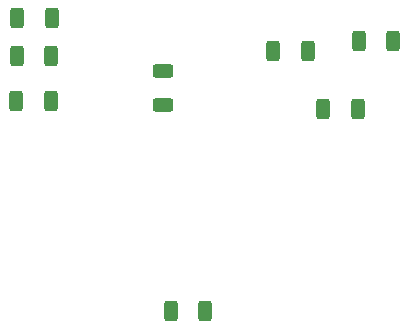
<source format=gbr>
%TF.GenerationSoftware,KiCad,Pcbnew,7.0.5*%
%TF.CreationDate,2023-12-19T17:12:35-05:00*%
%TF.ProjectId,biphasic_revision_b,62697068-6173-4696-935f-726576697369,rev?*%
%TF.SameCoordinates,Original*%
%TF.FileFunction,Paste,Top*%
%TF.FilePolarity,Positive*%
%FSLAX46Y46*%
G04 Gerber Fmt 4.6, Leading zero omitted, Abs format (unit mm)*
G04 Created by KiCad (PCBNEW 7.0.5) date 2023-12-19 17:12:35*
%MOMM*%
%LPD*%
G01*
G04 APERTURE LIST*
G04 Aperture macros list*
%AMRoundRect*
0 Rectangle with rounded corners*
0 $1 Rounding radius*
0 $2 $3 $4 $5 $6 $7 $8 $9 X,Y pos of 4 corners*
0 Add a 4 corners polygon primitive as box body*
4,1,4,$2,$3,$4,$5,$6,$7,$8,$9,$2,$3,0*
0 Add four circle primitives for the rounded corners*
1,1,$1+$1,$2,$3*
1,1,$1+$1,$4,$5*
1,1,$1+$1,$6,$7*
1,1,$1+$1,$8,$9*
0 Add four rect primitives between the rounded corners*
20,1,$1+$1,$2,$3,$4,$5,0*
20,1,$1+$1,$4,$5,$6,$7,0*
20,1,$1+$1,$6,$7,$8,$9,0*
20,1,$1+$1,$8,$9,$2,$3,0*%
G04 Aperture macros list end*
%ADD10RoundRect,0.250000X-0.312500X-0.625000X0.312500X-0.625000X0.312500X0.625000X-0.312500X0.625000X0*%
%ADD11RoundRect,0.250000X-0.625000X0.312500X-0.625000X-0.312500X0.625000X-0.312500X0.625000X0.312500X0*%
%ADD12RoundRect,0.250000X0.312500X0.625000X-0.312500X0.625000X-0.312500X-0.625000X0.312500X-0.625000X0*%
G04 APERTURE END LIST*
D10*
%TO.C,R1*%
X168812500Y-59135000D03*
X171737500Y-59135000D03*
%TD*%
D11*
%TO.C,R2*%
X159470000Y-60822500D03*
X159470000Y-63747500D03*
%TD*%
D12*
%TO.C,R3*%
X179012500Y-58350000D03*
X176087500Y-58350000D03*
%TD*%
D10*
%TO.C,R4*%
X173047500Y-64095000D03*
X175972500Y-64095000D03*
%TD*%
D12*
%TO.C,R5*%
X150072500Y-56370000D03*
X147147500Y-56370000D03*
%TD*%
%TO.C,R6*%
X150012500Y-63350000D03*
X147087500Y-63350000D03*
%TD*%
%TO.C,R7*%
X150047500Y-59590000D03*
X147122500Y-59590000D03*
%TD*%
%TO.C,R8*%
X163062500Y-81155000D03*
X160137500Y-81155000D03*
%TD*%
M02*

</source>
